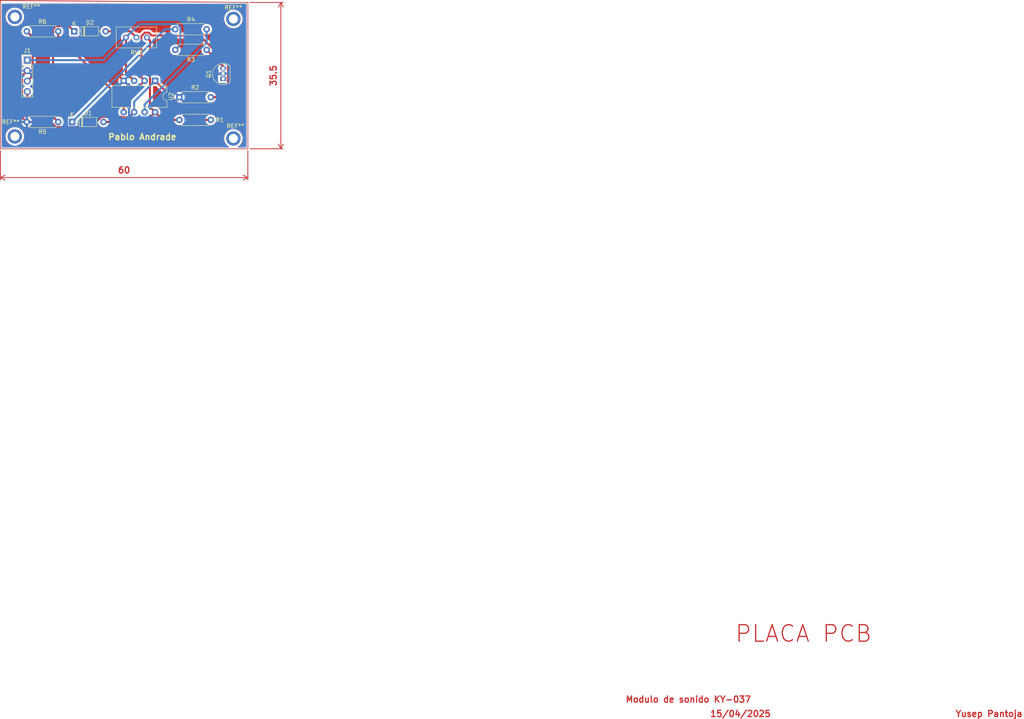
<source format=kicad_pcb>
(kicad_pcb (version 20241229) (generator "pcbnew") (generator_version "9.0")
  (layers (0 "F.Cu" signal) (2 "B.Cu" signal) (13 "F.Paste" user) (15 "B.Paste" user) (5 "F.SilkS" user "F.Silkscreen") (7 "B.SilkS" user "B.Silkscreen") (1 "F.Mask" user) (3 "B.Mask" user) (25 "Edge.Cuts" user))
  (net 0 "")
  (net 1 "VCC")
  (net 2 "Net-(D1-K)")
  (net 3 "Net-(D2-K)")
  (net 4 "A0")
  (net 5 "Earth")
  (net 6 "D0")
  (net 8 "Net-(Q1-Pad3)")
  (net 9 "Net-(U2-IN_A)")
  (net 10 "Net-(U2-OUT_B)")
  (footprint "MountingHole:MountingHole_2.2mm_M2_ISO7380_Pad" (layer "F.Cu") (at 93.5 53.5)
    (property "Reference" "REF**" (at 0.5 -3 0) (layer "F.SilkS"))
    (property "Value" "MountingHole_2.2mm_M2_ISO7380_Pad" (hide yes))
    (pad "1" thru_hole circle (at 0 0) (size 3.5 3.5) (drill 2.2) (layers "*.Cu" "*.Mask"))
  )
  (footprint "Package_TO_SOT_THT:TO-92L_Inline" (layer "F.Cu") (at 91.02 39.04 90)
    (property "Reference" "Q1" (at 1.19 -3.56 90) (layer "F.SilkS"))
    (property "Value" "2N5457")
    (fp_line (start -0.75 1.7) (end 3.1 1.7) (stroke (width 0.12)) (layer "F.SilkS"))
    (fp_arc (start -0.75 1.7) (mid 1.183448 -2.579449) (end 3.138611 1.690122) (stroke (width 0.12)) (layer "F.SilkS"))
    (pad "1" thru_hole rect (at 0 0 90) (size 1.05 1.5) (drill 0.75) (layers "*.Cu" "*.Mask"))
    (pad "2" thru_hole oval (at 1.27 0 90) (size 1.05 1.5) (drill 0.75) (layers "*.Cu" "*.Mask") (net 5 "Earth"))
    (pad "3" thru_hole oval (at 2.54 0 90) (size 1.05 1.5) (drill 0.75) (layers "*.Cu" "*.Mask") (net 8 "Net-(Q1-Pad3)"))
  )
  (footprint "Resistor_THT:R_Axial_DIN0207_L6.3mm_D2.5mm_P7.62mm_Horizontal" (layer "F.Cu") (at 80.4 43.5)
    (property "Reference" "R2" (at 3.81 -2.37 0) (layer "F.SilkS"))
    (property "Value" "100K")
    (fp_line (start 0.54 -1.37) (end 7.08 -1.37) (stroke (width 0.12)) (layer "F.SilkS"))
    (fp_line (start 0.54 -1.04) (end 0.54 -1.37) (stroke (width 0.12)) (layer "F.SilkS"))
    (fp_line (start 0.54 1.04) (end 0.54 1.37) (stroke (width 0.12)) (layer "F.SilkS"))
    (fp_line (start 0.54 1.37) (end 7.08 1.37) (stroke (width 0.12)) (layer "F.SilkS"))
    (fp_line (start 7.08 -1.37) (end 7.08 -1.04) (stroke (width 0.12)) (layer "F.SilkS"))
    (fp_line (start 7.08 1.37) (end 7.08 1.04) (stroke (width 0.12)) (layer "F.SilkS"))
    (pad "1" thru_hole circle (at 0 0) (size 1.6 1.6) (drill 0.8) (layers "*.Cu" "*.Mask") (net 5 "Earth"))
    (pad "2" thru_hole oval (at 7.62 0) (size 1.6 1.6) (drill 0.8) (layers "*.Cu" "*.Mask") (net 9 "Net-(U2-IN_A)"))
  )
  (footprint "MountingHole:MountingHole_2.2mm_M2_ISO7380_Pad" (layer "F.Cu") (at 93.5 24.5)
    (property "Reference" "REF**" (at 0 -2.75 0) (layer "F.SilkS"))
    (property "Value" "MountingHole_2.2mm_M2_ISO7380_Pad" (hide yes))
    (pad "1" thru_hole circle (at 0 0) (size 3.5 3.5) (drill 2.2) (layers "*.Cu" "*.Mask"))
  )
  (footprint "Resistor_THT:R_Axial_DIN0207_L6.3mm_D2.5mm_P7.62mm_Horizontal" (layer "F.Cu") (at 87.02 32 180)
    (property "Reference" "R3" (at 3.81 -2.37 0) (layer "F.SilkS"))
    (property "Value" "150")
    (fp_line (start 7.08 1.37) (end 7.08 1.04) (stroke (width 0.12)) (layer "F.SilkS"))
    (fp_line (start 7.08 -1.37) (end 7.08 -1.04) (stroke (width 0.12)) (layer "F.SilkS"))
    (fp_line (start 0.54 1.37) (end 7.08 1.37) (stroke (width 0.12)) (layer "F.SilkS"))
    (fp_line (start 0.54 1.04) (end 0.54 1.37) (stroke (width 0.12)) (layer "F.SilkS"))
    (fp_line (start 0.54 -1.04) (end 0.54 -1.37) (stroke (width 0.12)) (layer "F.SilkS"))
    (fp_line (start 0.54 -1.37) (end 7.08 -1.37) (stroke (width 0.12)) (layer "F.SilkS"))
    (pad "1" thru_hole circle (at 0 0 180) (size 1.6 1.6) (drill 0.8) (layers "*.Cu" "*.Mask") (net 8 "Net-(Q1-Pad3)"))
    (pad "2" thru_hole oval (at 7.62 0 180) (size 1.6 1.6) (drill 0.8) (layers "*.Cu" "*.Mask") (net 4 "A0"))
  )
  (footprint "Diode_THT:D_DO-35_SOD27_P7.62mm_Horizontal" (layer "F.Cu") (at 54.4 49.5)
    (property "Reference" "D1" (at 3.81 -2.12 0) (layer "F.SilkS"))
    (property "Value" "LED")
    (fp_line (start 1.04 0) (end 1.69 0) (stroke (width 0.12)) (layer "F.SilkS"))
    (fp_line (start 1.69 -1.12) (end 1.69 1.12) (stroke (width 0.12)) (layer "F.SilkS"))
    (fp_line (start 1.69 1.12) (end 5.93 1.12) (stroke (width 0.12)) (layer "F.SilkS"))
    (fp_line (start 2.29 -1.12) (end 2.29 1.12) (stroke (width 0.12)) (layer "F.SilkS"))
    (fp_line (start 2.41 -1.12) (end 2.41 1.12) (stroke (width 0.12)) (layer "F.SilkS"))
    (fp_line (start 2.53 -1.12) (end 2.53 1.12) (stroke (width 0.12)) (layer "F.SilkS"))
    (fp_line (start 5.93 -1.12) (end 1.69 -1.12) (stroke (width 0.12)) (layer "F.SilkS"))
    (fp_line (start 5.93 1.12) (end 5.93 -1.12) (stroke (width 0.12)) (layer "F.SilkS"))
    (fp_line (start 6.58 0) (end 5.93 0) (stroke (width 0.12)) (layer "F.SilkS"))
    (fp_text user "K" (at 0 -1.8 0) (layer "F.SilkS"))
    (pad "1" thru_hole rect (at 0 0) (size 1.6 1.6) (drill 0.8) (layers "*.Cu" "*.Mask") (net 2 "Net-(D1-K)"))
    (pad "2" thru_hole oval (at 7.62 0) (size 1.6 1.6) (drill 0.8) (layers "*.Cu" "*.Mask") (net 1 "VCC"))
  )
  (footprint "Connector_PinHeader_2.54mm:PinHeader_1x04_P2.54mm_Vertical" (layer "F.Cu") (at 43.52 34.5)
    (property "Reference" "J1" (at 0 -2.33 0) (layer "F.SilkS"))
    (property "Value" "Conn_01x04")
    (fp_line (start -1.33 -1.33) (end 0 -1.33) (stroke (width 0.12)) (layer "F.SilkS"))
    (fp_line (start -1.33 0) (end -1.33 -1.33) (stroke (width 0.12)) (layer "F.SilkS"))
    (fp_line (start -1.33 1.27) (end -1.33 8.95) (stroke (width 0.12)) (layer "F.SilkS"))
    (fp_line (start -1.33 1.27) (end 1.33 1.27) (stroke (width 0.12)) (layer "F.SilkS"))
    (fp_line (start -1.33 8.95) (end 1.33 8.95) (stroke (width 0.12)) (layer "F.SilkS"))
    (fp_line (start 1.33 1.27) (end 1.33 8.95) (stroke (width 0.12)) (layer "F.SilkS"))
    (pad "1" thru_hole rect (at 0 0) (size 1.7 1.7) (drill 1) (layers "*.Cu" "*.Mask") (net 4 "A0"))
    (pad "2" thru_hole oval (at 0 2.54) (size 1.7 1.7) (drill 1) (layers "*.Cu" "*.Mask") (net 5 "Earth"))
    (pad "3" thru_hole oval (at 0 5.08) (size 1.7 1.7) (drill 1) (layers "*.Cu" "*.Mask") (net 1 "VCC"))
    (pad "4" thru_hole oval (at 0 7.62) (size 1.7 1.7) (drill 1) (layers "*.Cu" "*.Mask") (net 6 "D0"))
  )
  (footprint "Diode_THT:D_DO-35_SOD27_P7.62mm_Horizontal" (layer "F.Cu") (at 54.9 27.5)
    (property "Reference" "D2" (at 3.81 -2.12 0) (layer "F.SilkS"))
    (property "Value" "LED")
    (fp_line (start 1.04 0) (end 1.69 0) (stroke (width 0.12)) (layer "F.SilkS"))
    (fp_line (start 1.69 -1.12) (end 1.69 1.12) (stroke (width 0.12)) (layer "F.SilkS"))
    (fp_line (start 1.69 1.12) (end 5.93 1.12) (stroke (width 0.12)) (layer "F.SilkS"))
    (fp_line (start 2.29 -1.12) (end 2.29 1.12) (stroke (width 0.12)) (layer "F.SilkS"))
    (fp_line (start 2.41 -1.12) (end 2.41 1.12) (stroke (width 0.12)) (layer "F.SilkS"))
    (fp_line (start 2.53 -1.12) (end 2.53 1.12) (stroke (width 0.12)) (layer "F.SilkS"))
    (fp_line (start 5.93 -1.12) (end 1.69 -1.12) (stroke (width 0.12)) (layer "F.SilkS"))
    (fp_line (start 5.93 1.12) (end 5.93 -1.12) (stroke (width 0.12)) (layer "F.SilkS"))
    (fp_line (start 6.58 0) (end 5.93 0) (stroke (width 0.12)) (layer "F.SilkS"))
    (fp_text user "K" (at 0 -1.8 0) (layer "F.SilkS"))
    (pad "1" thru_hole rect (at 0 0) (size 1.6 1.6) (drill 0.8) (layers "*.Cu" "*.Mask") (net 3 "Net-(D2-K)"))
    (pad "2" thru_hole oval (at 7.62 0) (size 1.6 1.6) (drill 0.8) (layers "*.Cu" "*.Mask") (net 1 "VCC"))
  )
  (footprint "Resistor_THT:R_Axial_DIN0207_L6.3mm_D2.5mm_P7.62mm_Horizontal" (layer "F.Cu") (at 79.4 27)
    (property "Reference" "R4" (at 3.81 -2.37 0) (layer "F.SilkS"))
    (property "Value" "10K")
    (fp_line (start 0.54 -1.37) (end 7.08 -1.37) (stroke (width 0.12)) (layer "F.SilkS"))
    (fp_line (start 0.54 -1.04) (end 0.54 -1.37) (stroke (width 0.12)) (layer "F.SilkS"))
    (fp_line (start 0.54 1.04) (end 0.54 1.37) (stroke (width 0.12)) (layer "F.SilkS"))
    (fp_line (start 0.54 1.37) (end 7.08 1.37) (stroke (width 0.12)) (layer "F.SilkS"))
    (fp_line (start 7.08 -1.37) (end 7.08 -1.04) (stroke (width 0.12)) (layer "F.SilkS"))
    (fp_line (start 7.08 1.37) (end 7.08 1.04) (stroke (width 0.12)) (layer "F.SilkS"))
    (pad "1" thru_hole circle (at 0 0) (size 1.6 1.6) (drill 0.8) (layers "*.Cu" "*.Mask") (net 2 "Net-(D1-K)"))
    (pad "2" thru_hole oval (at 7.62 0) (size 1.6 1.6) (drill 0.8) (layers "*.Cu" "*.Mask") (net 10 "Net-(U2-OUT_B)"))
  )
  (footprint "Resistor_THT:R_Axial_DIN0207_L6.3mm_D2.5mm_P7.62mm_Horizontal" (layer "F.Cu") (at 51.02 49.5 180)
    (property "Reference" "R5" (at 3.81 -2.37 0) (layer "F.SilkS"))
    (property "Value" "1K")
    (fp_line (start 7.08 1.37) (end 7.08 1.04) (stroke (width 0.12)) (layer "F.SilkS"))
    (fp_line (start 7.08 -1.37) (end 7.08 -1.04) (stroke (width 0.12)) (layer "F.SilkS"))
    (fp_line (start 0.54 1.37) (end 7.08 1.37) (stroke (width 0.12)) (layer "F.SilkS"))
    (fp_line (start 0.54 1.04) (end 0.54 1.37) (stroke (width 0.12)) (layer "F.SilkS"))
    (fp_line (start 0.54 -1.04) (end 0.54 -1.37) (stroke (width 0.12)) (layer "F.SilkS"))
    (fp_line (start 0.54 -1.37) (end 7.08 -1.37) (stroke (width 0.12)) (layer "F.SilkS"))
    (pad "1" thru_hole circle (at 0 0 180) (size 1.6 1.6) (drill 0.8) (layers "*.Cu" "*.Mask") (net 3 "Net-(D2-K)"))
    (pad "2" thru_hole oval (at 7.62 0 180) (size 1.6 1.6) (drill 0.8) (layers "*.Cu" "*.Mask") (net 5 "Earth"))
  )
  (footprint "Potentiometer_THT:Potentiometer_Bourns_3296W_Vertical" (layer "F.Cu") (at 67.44 29 180)
    (property "Reference" "RV2" (at -2.54 -3.66 0) (layer "F.SilkS"))
    (property "Value" "100K")
    (fp_line (start 2.345 -2.53) (end 2.345 2.54) (stroke (width 0.12)) (layer "F.SilkS"))
    (fp_line (start -7.425 2.54) (end 2.345 2.54) (stroke (width 0.12)) (layer "F.SilkS"))
    (fp_line (start -7.425 -2.53) (end 2.345 -2.53) (stroke (width 0.12)) (layer "F.SilkS"))
    (fp_line (start -7.425 -2.53) (end -7.425 2.54) (stroke (width 0.12)) (layer "F.SilkS"))
    (pad "1" thru_hole circle (at 0 0 180) (size 1.44 1.44) (drill 0.8) (layers "*.Cu" "*.Mask") (net 4 "A0"))
    (pad "2" thru_hole circle (at -2.54 0 180) (size 1.44 1.44) (drill 0.8) (layers "*.Cu" "*.Mask") (net 1 "VCC"))
    (pad "3" thru_hole circle (at -5.08 0 180) (size 1.44 1.44) (drill 0.8) (layers "*.Cu" "*.Mask") (net 1 "VCC"))
  )
  (footprint "MountingHole:MountingHole_2.2mm_M2_ISO7380_Pad" (layer "F.Cu") (at 40.5 53)
    (property "Reference" "REF**" (at -1 -3.5 0) (layer "F.SilkS"))
    (property "Value" "MountingHole_2.2mm_M2_ISO7380_Pad" (hide yes))
    (pad "1" thru_hole circle (at 0 0) (size 3.5 3.5) (drill 2.2) (layers "*.Cu" "*.Mask"))
  )
  (footprint "MountingHole:MountingHole_2.2mm_M2_ISO7380_Pad" (layer "F.Cu") (at 40.5 24)
    (property "Reference" "REF**" (at 4 -2.5 0) (layer "F.SilkS"))
    (property "Value" "MountingHole_2.2mm_M2_ISO7380_Pad" (hide yes))
    (pad "1" thru_hole circle (at 0 0) (size 3.5 3.5) (drill 2.2) (layers "*.Cu" "*.Mask"))
  )
  (footprint "Package_DIP:CERDIP-8_W7.62mm_SideBrazed" (layer "F.Cu") (at 74.52 39.5 -90)
    (property "Reference" "U2" (at 3.81 -3.855 90) (layer "F.SilkS"))
    (property "Value" "LM393NG")
    (fp_line (start 1.16 10.475) (end 6.46 10.475) (stroke (width 0.12)) (layer "F.SilkS"))
    (fp_line (start 6.46 10.475) (end 6.46 -2.855) (stroke (width 0.12)) (layer "F.SilkS"))
    (fp_line (start 1.16 -2.855) (end 1.16 10.475) (stroke (width 0.12)) (layer "F.SilkS"))
    (fp_line (start 2.81 -2.855) (end 1.16 -2.855) (stroke (width 0.12)) (layer "F.SilkS"))
    (fp_line (start 6.46 -2.855) (end 4.81 -2.855) (stroke (width 0.12)) (layer "F.SilkS"))
    (fp_arc (start 4.81 -2.855) (mid 3.81 -1.855) (end 2.81 -2.855) (stroke (width 0.12)) (layer "F.SilkS"))
    (pad "1" thru_hole roundrect (at 0 0 270) (size 1.6 1.6) (drill 0.8) (layers "*.Cu" "*.Mask") (roundrect_rratio 0.15625) (net 6 "D0"))
    (pad "2" thru_hole circle (at 0 2.54 270) (size 1.6 1.6) (drill 0.8) (layers "*.Cu" "*.Mask") (net 9 "Net-(U2-IN_A)"))
    (pad "3" thru_hole circle (at 0 5.08 270) (size 1.6 1.6) (drill 0.8) (layers "*.Cu" "*.Mask") (net 4 "A0"))
    (pad "4" thru_hole circle (at 0 7.62 270) (size 1.6 1.6) (drill 0.8) (layers "*.Cu" "*.Mask") (net 5 "Earth"))
    (pad "5" thru_hole circle (at 7.62 7.62 270) (size 1.6 1.6) (drill 0.8) (layers "*.Cu" "*.Mask") (net 9 "Net-(U2-IN_A)"))
    (pad "6" thru_hole circle (at 7.62 5.08 270) (size 1.6 1.6) (drill 0.8) (layers "*.Cu" "*.Mask") (net 6 "D0"))
    (pad "7" thru_hole circle (at 7.62 2.54 270) (size 1.6 1.6) (drill 0.8) (layers "*.Cu" "*.Mask") (net 10 "Net-(U2-OUT_B)"))
    (pad "8" thru_hole circle (at 7.62 0 270) (size 1.6 1.6) (drill 0.8) (layers "*.Cu" "*.Mask") (net 1 "VCC"))
  )
  (footprint "Resistor_THT:R_Axial_DIN0207_L6.3mm_D2.5mm_P7.62mm_Horizontal" (layer "F.Cu") (at 43.4 27.5)
    (property "Reference" "R6" (at 3.81 -2.37 0) (layer "F.SilkS"))
    (property "Value" "100K")
    (fp_line (start 0.54 -1.37) (end 7.08 -1.37) (stroke (width 0.12)) (layer "F.SilkS"))
    (fp_line (start 0.54 -1.04) (end 0.54 -1.37) (stroke (width 0.12)) (layer "F.SilkS"))
    (fp_line (start 0.54 1.04) (end 0.54 1.37) (stroke (width 0.12)) (layer "F.SilkS"))
    (fp_line (start 0.54 1.37) (end 7.08 1.37) (stroke (width 0.12)) (layer "F.SilkS"))
    (fp_line (start 7.08 -1.37) (end 7.08 -1.04) (stroke (width 0.12)) (layer "F.SilkS"))
    (fp_line (start 7.08 1.37) (end 7.08 1.04) (stroke (width 0.12)) (layer "F.SilkS"))
    (pad "1" thru_hole circle (at 0 0) (size 1.6 1.6) (drill 0.8) (layers "*.Cu" "*.Mask") (net 1 "VCC"))
    (pad "2" thru_hole oval (at 7.62 0) (size 1.6 1.6) (drill 0.8) (layers "*.Cu" "*.Mask") (net 9 "Net-(U2-IN_A)"))
  )
  (footprint "Resistor_THT:R_Axial_DIN0207_L6.3mm_D2.5mm_P7.62mm_Horizontal" (layer "F.Cu") (at 80.4 49)
    (property "Reference" "R1" (at 9.81 0 0) (layer "F.SilkS"))
    (property "Value" "10K")
    (fp_line (start 0.54 -1.37) (end 7.08 -1.37) (stroke (width 0.12)) (layer "F.SilkS"))
    (fp_line (start 0.54 -1.04) (end 0.54 -1.37) (stroke (width 0.12)) (layer "F.SilkS"))
    (fp_line (start 0.54 1.04) (end 0.54 1.37) (stroke (width 0.12)) (layer "F.SilkS"))
    (fp_line (start 0.54 1.37) (end 7.08 1.37) (stroke (width 0.12)) (layer "F.SilkS"))
    (fp_line (start 7.08 -1.37) (end 7.08 -1.04) (stroke (width 0.12)) (layer "F.SilkS"))
    (fp_line (start 7.08 1.37) (end 7.08 1.04) (stroke (width 0.12)) (layer "F.SilkS"))
    (pad "1" thru_hole circle (at 0 0) (size 1.6 1.6) (drill 0.8) (layers "*.Cu" "*.Mask") (net 1 "VCC"))
    (pad "2" thru_hole oval (at 7.62 0) (size 1.6 1.6) (drill 0.8) (layers "*.Cu" "*.Mask") (net 6 "D0"))
  )
  (gr_line (start 97 20.5) (end 37 20) (stroke (width 0.2)) (layer "F.Cu"))
  (gr_line (start 97 56) (end 97 20.5) (stroke (width 0.2)) (layer "F.Cu"))
  (gr_line (start 37 20) (end 37 56) (stroke (width 0.2)) (layer "F.Cu"))
  (gr_line (start 37 56) (end 97 56) (stroke (width 0.2)) (layer "F.Cu"))
  (gr_line (start 97 56) (end 97 20.5) (stroke (width 0.05)) (layer "Edge.Cuts"))
  (gr_line (start 97 20.5) (end 37 20.5) (stroke (width 0.05)) (layer "Edge.Cuts"))
  (gr_line (start 37 56) (end 97 56) (stroke (width 0.05)) (layer "Edge.Cuts"))
  (gr_line (start 37 20.5) (end 37 56) (stroke (width 0.05)) (layer "Edge.Cuts"))
  (gr_text "Modulo de sonido KY-037" (at 188.5 190.5 0) (layer "F.Cu") (effects (font (size 1.5 1.5) (thickness 0.3) (bold yes)) (justify left bottom)))
  (gr_text "15/04/2025" (at 209 194 0) (layer "F.Cu") (effects (font (size 1.5 1.5) (thickness 0.3) (bold yes)) (justify left bottom)))
  (gr_text "Yusep Pantoja" (at 268.5 194 0) (layer "F.Cu") (effects (font (size 1.5 1.5) (thickness 0.3) (bold yes)) (justify left bottom)))
  (gr_text "PLACA PCB" (at 215 176 0) (layer "F.Cu") (effects (font (size 4 4) (thickness 0.3) (bold yes)) (justify left bottom)))
  (gr_text "Pablo Andrade" (at 63 54 0) (layer "F.SilkS") (effects (font (size 1.5 1.5) (thickness 0.3) (bold yes)) (justify left bottom)))
  (dimension (type orthogonal) (layer "F.Cu") (pts (xy 37 56) (xy 97 56)) (height 7) (orientation 0) (format (prefix "") (suffix "") (units 3) (units_format 0) (precision 4) (suppress_zeroes yes)) (style (thickness 0.2) (arrow_length 1.27) (text_position_mode 0) (arrow_direction outward) (extension_height 0.58642) (extension_offset 0.5) (keep_text_aligned yes)) (gr_text "60" (at 67 61.2 0) (layer "F.Cu") (effects (font (size 1.5 1.5) (thickness 0.3)))))
  (dimension (type orthogonal) (layer "F.Cu") (pts (xy 97 56) (xy 97 20.5)) (height 8) (orientation 1) (format (prefix "") (suffix "") (units 3) (units_format 0) (precision 4) (suppress_zeroes yes)) (style (thickness 0.2) (arrow_length 1.27) (text_position_mode 0) (arrow_direction outward) (extension_height 0.58642) (extension_offset 0.5) (keep_text_aligned yes)) (gr_text "35,5" (at 103.2 38.25 90) (layer "F.Cu") (effects (font (size 1.5 1.5) (thickness 0.3)))))
  (segment (start 62.02 49.5) (end 72.14 49.5) (width 0.5) (layer "F.Cu") (net 1))
  (segment (start 68.48 27.5) (end 69.98 29) (width 0.5) (layer "F.Cu") (net 1))
  (segment (start 80.4 49) (end 76.4 49) (width 0.5) (layer "F.Cu") (net 1))
  (segment (start 44.821 38.279) (end 43.52 39.58) (width 0.5) (layer "F.Cu") (net 1))
  (segment (start 73.269 29.749) (end 72.52 29) (width 0.5) (layer "F.Cu") (net 1))
  (segment (start 73.269 45.869) (end 73.269 29.749) (width 0.5) (layer "F.Cu") (net 1))
  (segment (start 43.4 27.5) (end 44.821 28.921) (width 0.5) (layer "F.Cu") (net 1))
  (segment (start 74.52 47.12) (end 73.269 45.869) (width 0.5) (layer "F.Cu") (net 1))
  (segment (start 76.4 49) (end 74.52 47.12) (width 0.5) (layer "F.Cu") (net 1))
  (segment (start 72.14 49.5) (end 74.52 47.12) (width 0.5) (layer "F.Cu") (net 1))
  (segment (start 44.821 28.921) (end 44.821 38.279) (width 0.5) (layer "F.Cu") (net 1))
  (segment (start 62.52 27.5) (end 68.48 27.5) (width 0.5) (layer "F.Cu") (net 1))
  (segment (start 76.9 27) (end 54.4 49.5) (width 0.5) (layer "B.Cu") (net 2))
  (segment (start 79.4 27) (end 76.9 27) (width 0.5) (layer "B.Cu") (net 2))
  (segment (start 49.769 26.981818) (end 50.501818 26.249) (width 0.5) (layer "F.Cu") (net 3))
  (segment (start 51.02 49.5) (end 49.769 48.249) (width 0.5) (layer "F.Cu") (net 3))
  (segment (start 49.769 48.249) (end 49.769 26.981818) (width 0.5) (layer "F.Cu") (net 3))
  (segment (start 53.649 26.249) (end 54.9 27.5) (width 0.5) (layer "F.Cu") (net 3))
  (segment (start 50.501818 26.249) (end 53.649 26.249) (width 0.5) (layer "F.Cu") (net 3))
  (segment (start 67.44 29) (end 67.44 37.5) (width 0.5) (layer "F.Cu") (net 4))
  (segment (start 67.44 37.5) (end 69.44 39.5) (width 0.5) (layer "F.Cu") (net 4))
  (segment (start 61.94 34.5) (end 67.44 29) (width 0.5) (layer "B.Cu") (net 4))
  (segment (start 43.52 34.5) (end 61.94 34.5) (width 0.5) (layer "B.Cu") (net 4))
  (segment (start 80.651 26.481818) (end 79.918182 25.749) (width 0.5) (layer "B.Cu") (net 4))
  (segment (start 80.651 30.749) (end 80.651 26.481818) (width 0.5) (layer "B.Cu") (net 4))
  (segment (start 79.4 32) (end 80.651 30.749) (width 0.5) (layer "B.Cu") (net 4))
  (segment (start 79.918182 25.749) (end 70.691 25.749) (width 0.5) (layer "B.Cu") (net 4))
  (segment (start 70.691 25.749) (end 67.44 29) (width 0.5) (layer "B.Cu") (net 4))
  (segment (start 43.4 49.5) (end 42.219 48.319) (width 0.5) (layer "F.Cu") (net 5))
  (segment (start 42.219 48.319) (end 42.219 38.341) (width 0.5) (layer "F.Cu") (net 5))
  (segment (start 86.13 37.77) (end 80.4 43.5) (width 0.5) (layer "F.Cu") (net 5))
  (segment (start 91.02 37.77) (end 86.13 37.77) (width 0.5) (layer "F.Cu") (net 5))
  (segment (start 42.219 38.341) (end 43.52 37.04) (width 0.5) (layer "F.Cu") (net 5))
  (segment (start 80.4 43.5) (end 75.529 48.371) (width 0.5) (layer "B.Cu") (net 5))
  (segment (start 75.529 48.371) (end 68.921818 48.371) (width 0.5) (layer "B.Cu") (net 5))
  (segment (start 53.149 46.669) (end 53.149 50.751) (width 0.5) (layer "B.Cu") (net 5))
  (segment (start 68.189 40.789) (end 66.9 39.5) (width 0.5) (layer "B.Cu") (net 5))
  (segment (start 68.921818 48.371) (end 68.189 47.638182) (width 0.5) (layer "B.Cu") (net 5))
  (segment (start 55.649 50.751) (end 66.9 39.5) (width 0.5) (layer "B.Cu") (net 5))
  (segment (start 68.189 47.638182) (end 68.189 40.789) (width 0.5) (layer "B.Cu") (net 5))
  (segment (start 53.149 50.751) (end 55.649 50.751) (width 0.5) (layer "B.Cu") (net 5))
  (segment (start 43.52 37.04) (end 53.149 46.669) (width 0.5) (layer "B.Cu") (net 5))
  (segment (start 43.52 42.12) (end 43.52 43.769182) (width 0.5) (layer "F.Cu") (net 6))
  (segment (start 50.501818 50.751) (end 58.999818 50.751) (width 0.5) (layer "F.Cu") (net 6))
  (segment (start 84.02 49) (end 74.52 39.5) (width 0.5) (layer "F.Cu") (net 6))
  (segment (start 66.255409 48.244591) (end 66.381818 48.371) (width 0.5) (layer "F.Cu") (net 6))
  (segment (start 58.999818 50.751) (end 61.506227 48.244591) (width 0.5) (layer "F.Cu") (net 6))
  (segment (start 61.506227 48.244591) (end 66.255409 48.244591) (width 0.5) (layer "F.Cu") (net 6))
  (segment (start 68.189 48.371) (end 69.44 47.12) (width 0.5) (layer "F.Cu") (net 6))
  (segment (start 66.381818 48.371) (end 68.189 48.371) (width 0.5) (layer "F.Cu") (net 6))
  (segment (start 43.52 43.769182) (end 50.501818 50.751) (width 0.5) (layer "F.Cu") (net 6))
  (segment (start 88.02 49) (end 84.02 49) (width 0.5) (layer "F.Cu") (net 6))
  (segment (start 69.44 47.12) (end 69.44 44.58) (width 0.5) (layer "B.Cu") (net 6))
  (segment (start 69.44 44.58) (end 74.52 39.5) (width 0.5) (layer "B.Cu") (net 6))
  (segment (start 91.02 36) (end 87.02 32) (width 0.5) (layer "F.Cu") (net 8))
  (segment (start 91.02 36.5) (end 91.02 36) (width 0.5) (layer "F.Cu") (net 8))
  (segment (start 85.304137 28.514955) (end 73.691 28.514955) (width 0.5) (layer "F.Cu") (net 9))
  (segment (start 88.02 43.5) (end 89.15137 43.5) (width 0.5) (layer "F.Cu") (net 9))
  (segment (start 92.221 35.431818) (end 85.304137 28.514955) (width 0.5) (layer "F.Cu") (net 9))
  (segment (start 73.691 28.514955) (end 73.005045 27.829) (width 0.5) (layer "F.Cu") (net 9))
  (segment (start 66.9 44.58) (end 71.98 39.5) (width 0.5) (layer "F.Cu") (net 9))
  (segment (start 66.9 47.12) (end 66.9 44.58) (width 0.5) (layer "F.Cu") (net 9))
  (segment (start 71.180001 28.683954) (end 71.180001 38.700001) (width 0.5) (layer "F.Cu") (net 9))
  (segment (start 71.180001 38.700001) (end 71.98 39.5) (width 0.5) (layer "F.Cu") (net 9))
  (segment (start 73.005045 27.829) (end 72.034955 27.829) (width 0.5) (layer "F.Cu") (net 9))
  (segment (start 72.034955 27.829) (end 71.180001 28.683954) (width 0.5) (layer "F.Cu") (net 9))
  (segment (start 89.15137 43.5) (end 92.221 40.43037) (width 0.5) (layer "F.Cu") (net 9))
  (segment (start 92.221 40.43037) (end 92.221 35.431818) (width 0.5) (layer "F.Cu") (net 9))
  (segment (start 51.02 28.7) (end 66.9 44.58) (width 0.5) (layer "F.Cu") (net 9))
  (segment (start 51.02 27.5) (end 51.02 28.7) (width 0.5) (layer "F.Cu") (net 9))
  (segment (start 87.02 30.230818) (end 87.02 27) (width 0.5) (layer "B.Cu") (net 10))
  (segment (start 71.98 47.12) (end 71.98 45.270818) (width 0.5) (layer "B.Cu") (net 10))
  (segment (start 71.98 45.270818) (end 87.02 30.230818) (width 0.5) (layer "B.Cu") (net 10))
  (zone (net 5) (net_name "Earth") (layers "F.Cu" "B.Cu") (connect_pads (clearance 0.5)) (min_thickness 0.25) (fill yes (thermal_gap 0.5) (thermal_bridge_width 0.5))
    (polygon (pts (xy 37 20.5) (xy 97 20.5) (xy 97 56) (xy 37 56)))
  )
)
</source>
